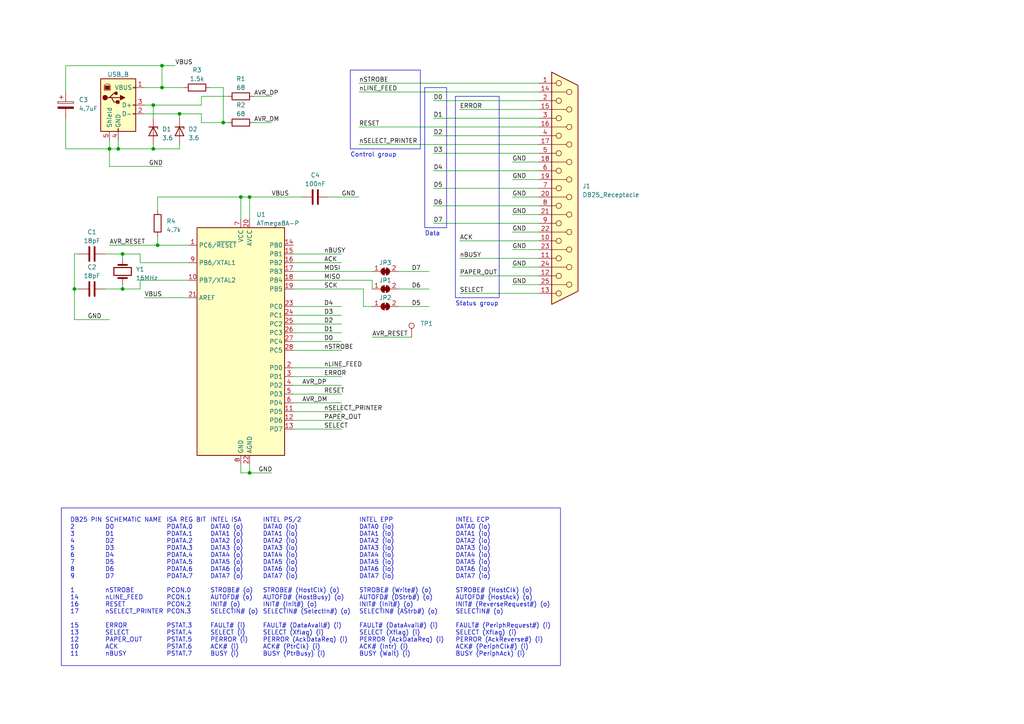
<source format=kicad_sch>
(kicad_sch (version 20230121) (generator eeschema)
  (paper "A4")
  (lib_symbols
    (symbol "Connector:DB25_Receptacle" (pin_names (offset 1.016) hide)
      (property "Reference" "J" (at 0 34.29 0))
      (property "Value" "DB25_Receptacle" (at 0 -34.925 0))
      (symbol "DB25_Receptacle_0_1"
        (circle (center -1.778 -30.48) (radius 0.762))
        (circle (center -1.778 -25.4) (radius 0.762))
        (circle (center -1.778 -20.32) (radius 0.762))
        (circle (center -1.778 -15.24) (radius 0.762))
        (circle (center -1.778 -10.16) (radius 0.762))
        (circle (center -1.778 -5.08) (radius 0.762))
        (circle (center -1.778 0) (radius 0.762))
        (circle (center -1.778 5.08) (radius 0.762))
        (circle (center -1.778 10.16) (radius 0.762))
        (circle (center -1.778 15.24) (radius 0.762))
        (circle (center -1.778 20.32) (radius 0.762))
        (circle (center -1.778 25.4) (radius 0.762))
        (circle (center -1.778 30.48) (radius 0.762))
        (polyline (pts (xy -3.81 -30.48) (xy -2.54 -30.48)))
        (polyline (pts (xy -3.81 -27.94) (xy 0.508 -27.94)))
        (polyline (pts (xy -3.81 -25.4) (xy -2.54 -25.4)))
        (polyline (pts (xy -3.81 -22.86) (xy 0.508 -22.86)))
        (polyline (pts (xy -3.81 -20.32) (xy -2.54 -20.32)))
        (polyline (pts (xy -3.81 -17.78) (xy 0.508 -17.78)))
        (polyline (pts (xy -3.81 -15.24) (xy -2.54 -15.24)))
        (polyline (pts (xy -3.81 -12.7) (xy 0.508 -12.7)))
        (polyline (pts (xy -3.81 -10.16) (xy -2.54 -10.16)))
        (polyline (pts (xy -3.81 -7.62) (xy 0.508 -7.62)))
        (polyline (pts (xy -3.81 -5.08) (xy -2.54 -5.08)))
        (polyline (pts (xy -3.81 -2.54) (xy 0.508 -2.54)))
        (polyline (pts (xy -3.81 0) (xy -2.54 0)))
        (polyline (pts (xy -3.81 2.54) (xy 0.508 2.54)))
        (polyline (pts (xy -3.81 5.08) (xy -2.54 5.08)))
        (polyline (pts (xy -3.81 7.62) (xy 0.508 7.62)))
        (polyline (pts (xy -3.81 10.16) (xy -2.54 10.16)))
        (polyline (pts (xy -3.81 12.7) (xy 0.508 12.7)))
        (polyline (pts (xy -3.81 15.24) (xy -2.54 15.24)))
        (polyline (pts (xy -3.81 17.78) (xy 0.508 17.78)))
        (polyline (pts (xy -3.81 20.32) (xy -2.54 20.32)))
        (polyline (pts (xy -3.81 22.86) (xy 0.508 22.86)))
        (polyline (pts (xy -3.81 25.4) (xy -2.54 25.4)))
        (polyline (pts (xy -3.81 27.94) (xy 0.508 27.94)))
        (polyline (pts (xy -3.81 30.48) (xy -2.54 30.48)))
        (polyline (pts (xy -3.81 33.655) (xy 3.81 29.845) (xy 3.81 -29.845) (xy -3.81 -33.655) (xy -3.81 33.655)) (stroke (width 0.254)) (fill (type background)))
        (circle (center 1.27 -27.94) (radius 0.762))
        (circle (center 1.27 -22.86) (radius 0.762))
        (circle (center 1.27 -17.78) (radius 0.762))
        (circle (center 1.27 -12.7) (radius 0.762))
        (circle (center 1.27 -7.62) (radius 0.762))
        (circle (center 1.27 -2.54) (radius 0.762))
        (circle (center 1.27 2.54) (radius 0.762))
        (circle (center 1.27 7.62) (radius 0.762))
        (circle (center 1.27 12.7) (radius 0.762))
        (circle (center 1.27 17.78) (radius 0.762))
        (circle (center 1.27 22.86) (radius 0.762))
        (circle (center 1.27 27.94) (radius 0.762))
      )
      (symbol "DB25_Receptacle_1_1"
        (pin passive line (at -7.62 30.48 0) (length 3.81) (name "1") (number "1"))
        (pin passive line (at -7.62 -15.24 0) (length 3.81) (name "10") (number "10"))
        (pin passive line (at -7.62 -20.32 0) (length 3.81) (name "11") (number "11"))
        (pin passive line (at -7.62 -25.4 0) (length 3.81) (name "12") (number "12"))
        (pin passive line (at -7.62 -30.48 0) (length 3.81) (name "13") (number "13"))
        (pin passive line (at -7.62 27.94 0) (length 3.81) (name "P14") (number "14"))
        (pin passive line (at -7.62 22.86 0) (length 3.81) (name "P15") (number "15"))
        (pin passive line (at -7.62 17.78 0) (length 3.81) (name "P16") (number "16"))
        (pin passive line (at -7.62 12.7 0) (length 3.81) (name "P17") (number "17"))
        (pin passive line (at -7.62 7.62 0) (length 3.81) (name "P18") (number "18"))
        (pin passive line (at -7.62 2.54 0) (length 3.81) (name "P19") (number "19"))
        (pin passive line (at -7.62 25.4 0) (length 3.81) (name "2") (number "2"))
        (pin passive line (at -7.62 -2.54 0) (length 3.81) (name "P20") (number "20"))
        (pin passive line (at -7.62 -7.62 0) (length 3.81) (name "P21") (number "21"))
        (pin passive line (at -7.62 -12.7 0) (length 3.81) (name "P22") (number "22"))
        (pin passive line (at -7.62 -17.78 0) (length 3.81) (name "P23") (number "23"))
        (pin passive line (at -7.62 -22.86 0) (length 3.81) (name "P24") (number "24"))
        (pin passive line (at -7.62 -27.94 0) (length 3.81) (name "P25") (number "25"))
        (pin passive line (at -7.62 20.32 0) (length 3.81) (name "3") (number "3"))
        (pin passive line (at -7.62 15.24 0) (length 3.81) (name "4") (number "4"))
        (pin passive line (at -7.62 10.16 0) (length 3.81) (name "5") (number "5"))
        (pin passive line (at -7.62 5.08 0) (length 3.81) (name "6") (number "6"))
        (pin passive line (at -7.62 0 0) (length 3.81) (name "7") (number "7"))
        (pin passive line (at -7.62 -5.08 0) (length 3.81) (name "8") (number "8"))
        (pin passive line (at -7.62 -10.16 0) (length 3.81) (name "9") (number "9"))
      )
    )
    (symbol "Connector:TestPoint" (pin_numbers hide) (pin_names (offset 0.762) hide)
      (property "Reference" "TP" (at 0 6.858 0))
      (property "Value" "TestPoint" (at 0 5.08 0))
      (symbol "TestPoint_0_1"
        (circle (center 0 3.302) (radius 0.762))
      )
      (symbol "TestPoint_1_1"
        (pin passive line (at 0 0 90) (length 2.54) (name "1") (number "1"))
      )
    )
    (symbol "Connector:USB_B" (pin_names (offset 1.016))
      (property "Reference" "J" (at -5.08 11.43 0))
      (property "Value" "USB_B" (at -5.08 8.89 0))
      (symbol "USB_B_0_1"
        (rectangle (start -5.08 -7.62) (end 5.08 7.62) (stroke (width 0.254)) (fill (type background)))
        (circle (center -3.81 2.159) (radius 0.635) (stroke (width 0.254)) (fill (type outline)))
        (rectangle (start -3.81 5.588) (end -2.54 4.572) (fill (type outline)))
        (circle (center -0.635 3.429) (radius 0.381) (stroke (width 0.254)) (fill (type outline)))
        (rectangle (start -0.127 -7.62) (end 0.127 -6.858))
        (polyline (pts (xy -1.905 2.159) (xy 0.635 2.159)) (stroke (width 0.254)))
        (polyline (pts (xy -3.175 2.159) (xy -2.54 2.159) (xy -1.27 3.429) (xy -0.635 3.429)) (stroke (width 0.254)))
        (polyline (pts (xy -2.54 2.159) (xy -1.905 2.159) (xy -1.27 0.889) (xy 0 0.889)) (stroke (width 0.254)))
        (polyline (pts (xy 0.635 2.794) (xy 0.635 1.524) (xy 1.905 2.159) (xy 0.635 2.794)) (stroke (width 0.254)) (fill (type outline)))
        (polyline (pts (xy -4.064 4.318) (xy -2.286 4.318) (xy -2.286 5.715) (xy -2.667 6.096) (xy -3.683 6.096) (xy -4.064 5.715) (xy -4.064 4.318)))
        (rectangle (start 0.254 1.27) (end -0.508 0.508) (stroke (width 0.254)) (fill (type outline)))
        (rectangle (start 5.08 -2.667) (end 4.318 -2.413))
        (rectangle (start 5.08 -0.127) (end 4.318 0.127))
        (rectangle (start 5.08 4.953) (end 4.318 5.207))
      )
      (symbol "USB_B_1_1"
        (pin power_out line (at 7.62 5.08 180) (length 2.54) (name "VBUS") (number "1"))
        (pin bidirectional line (at 7.62 -2.54 180) (length 2.54) (name "D-") (number "2"))
        (pin bidirectional line (at 7.62 0 180) (length 2.54) (name "D+") (number "3"))
        (pin power_out line (at 0 -10.16 90) (length 2.54) (name "GND") (number "4"))
        (pin passive line (at -2.54 -10.16 90) (length 2.54) (name "Shield") (number "5"))
      )
    )
    (symbol "Device:C" (pin_numbers hide) (pin_names (offset 0.254))
      (property "Reference" "C" (at 0.635 2.54 0))
      (property "Value" "C" (at 0.635 -2.54 0))
      (symbol "C_0_1"
        (polyline (pts (xy -2.032 -0.762) (xy 2.032 -0.762)) (stroke (width 0.508)))
        (polyline (pts (xy -2.032 0.762) (xy 2.032 0.762)) (stroke (width 0.508)))
      )
      (symbol "C_1_1"
        (pin passive line (at 0 3.81 270) (length 2.794) (name "~") (number "1"))
        (pin passive line (at 0 -3.81 90) (length 2.794) (name "~") (number "2"))
      )
    )
    (symbol "Device:C_Polarized" (pin_numbers hide) (pin_names (offset 0.254))
      (property "Reference" "C" (at 0.635 2.54 0))
      (property "Value" "C_Polarized" (at 0.635 -2.54 0))
      (symbol "C_Polarized_0_1"
        (rectangle (start -2.286 0.508) (end 2.286 1.016))
        (polyline (pts (xy -1.778 2.286) (xy -0.762 2.286)))
        (polyline (pts (xy -1.27 2.794) (xy -1.27 1.778)))
        (rectangle (start 2.286 -0.508) (end -2.286 -1.016) (fill (type outline)))
      )
      (symbol "C_Polarized_1_1"
        (pin passive line (at 0 3.81 270) (length 2.794) (name "~") (number "1"))
        (pin passive line (at 0 -3.81 90) (length 2.794) (name "~") (number "2"))
      )
    )
    (symbol "Device:Crystal" (pin_numbers hide) (pin_names (offset 1.016) hide)
      (property "Reference" "Y" (at 0 3.81 0))
      (property "Value" "Crystal" (at 0 -3.81 0))
      (symbol "Crystal_0_1"
        (rectangle (start -1.143 2.54) (end 1.143 -2.54) (stroke (width 0.3048)))
        (polyline (pts (xy -2.54 0) (xy -1.905 0)))
        (polyline (pts (xy -1.905 -1.27) (xy -1.905 1.27)) (stroke (width 0.508)))
        (polyline (pts (xy 1.905 -1.27) (xy 1.905 1.27)) (stroke (width 0.508)))
        (polyline (pts (xy 2.54 0) (xy 1.905 0)))
      )
      (symbol "Crystal_1_1"
        (pin passive line (at -3.81 0 0) (length 1.27) (name "1") (number "1"))
        (pin passive line (at 3.81 0 180) (length 1.27) (name "2") (number "2"))
      )
    )
    (symbol "Device:D_Zener" (pin_numbers hide) (pin_names (offset 1.016) hide)
      (property "Reference" "D" (at 0 2.54 0))
      (property "Value" "D_Zener" (at 0 -2.54 0))
      (symbol "D_Zener_0_1"
        (polyline (pts (xy 1.27 0) (xy -1.27 0)))
        (polyline (pts (xy -1.27 -1.27) (xy -1.27 1.27) (xy -0.762 1.27)) (stroke (width 0.254)))
        (polyline (pts (xy 1.27 -1.27) (xy 1.27 1.27) (xy -1.27 0) (xy 1.27 -1.27)) (stroke (width 0.254)))
      )
      (symbol "D_Zener_1_1"
        (pin passive line (at -3.81 0 0) (length 2.54) (name "K") (number "1"))
        (pin passive line (at 3.81 0 180) (length 2.54) (name "A") (number "2"))
      )
    )
    (symbol "Device:R" (pin_numbers hide) (pin_names (offset 0))
      (property "Reference" "R" (at 2.032 0 90))
      (property "Value" "R" (at 0 0 90))
      (symbol "R_0_1"
        (rectangle (start -1.016 -2.54) (end 1.016 2.54) (stroke (width 0.254)))
      )
      (symbol "R_1_1"
        (pin passive line (at 0 3.81 270) (length 1.27) (name "~") (number "1"))
        (pin passive line (at 0 -3.81 90) (length 1.27) (name "~") (number "2"))
      )
    )
    (symbol "Jumper:SolderJumper_2_Bridged" (pin_names (offset 0) hide)
      (property "Reference" "JP" (at 0 2.032 0))
      (property "Value" "SolderJumper_2_Bridged" (at 0 -2.54 0))
      (symbol "SolderJumper_2_Bridged_0_1"
        (rectangle (start -0.508 0.508) (end 0.508 -0.508) (fill (type outline)))
        (arc (start -0.254 1.016) (mid -1.2656 0) (end -0.254 -1.016))
        (arc (start -0.254 1.016) (mid -1.2656 0) (end -0.254 -1.016) (fill (type outline)))
        (polyline (pts (xy -0.254 1.016) (xy -0.254 -1.016)))
        (polyline (pts (xy 0.254 1.016) (xy 0.254 -1.016)))
        (arc (start 0.254 -1.016) (mid 1.2656 0) (end 0.254 1.016))
        (arc (start 0.254 -1.016) (mid 1.2656 0) (end 0.254 1.016) (fill (type outline)))
      )
      (symbol "SolderJumper_2_Bridged_1_1"
        (pin passive line (at -3.81 0 0) (length 2.54) (name "A") (number "1"))
        (pin passive line (at 3.81 0 180) (length 2.54) (name "B") (number "2"))
      )
    )
    (symbol "MCU_Microchip_ATmega:ATmega8A-P"
      (property "Reference" "U" (at -12.7 34.29 0))
      (property "Value" "ATmega8A-P" (at 5.08 -34.29 0))
      (symbol "ATmega8A-P_0_1"
        (rectangle (start -12.7 -33.02) (end 12.7 33.02) (stroke (width 0.254)) (fill (type background)))
      )
      (symbol "ATmega8A-P_1_1"
        (pin bidirectional line (at -15.24 27.94 0) (length 2.54) (name "PC6/~{RESET}") (number "1"))
        (pin bidirectional line (at -15.24 17.78 0) (length 2.54) (name "PB7/XTAL2") (number "10"))
        (pin bidirectional line (at 15.24 -20.32 180) (length 2.54) (name "PD5") (number "11"))
        (pin bidirectional line (at 15.24 -22.86 180) (length 2.54) (name "PD6") (number "12"))
        (pin bidirectional line (at 15.24 -25.4 180) (length 2.54) (name "PD7") (number "13"))
        (pin bidirectional line (at 15.24 27.94 180) (length 2.54) (name "PB0") (number "14"))
        (pin bidirectional line (at 15.24 25.4 180) (length 2.54) (name "PB1") (number "15"))
        (pin bidirectional line (at 15.24 22.86 180) (length 2.54) (name "PB2") (number "16"))
        (pin bidirectional line (at 15.24 20.32 180) (length 2.54) (name "PB3") (number "17"))
        (pin bidirectional line (at 15.24 17.78 180) (length 2.54) (name "PB4") (number "18"))
        (pin bidirectional line (at 15.24 15.24 180) (length 2.54) (name "PB5") (number "19"))
        (pin bidirectional line (at 15.24 -7.62 180) (length 2.54) (name "PD0") (number "2"))
        (pin power_in line (at 2.54 35.56 270) (length 2.54) (name "AVCC") (number "20"))
        (pin passive line (at -15.24 12.7 0) (length 2.54) (name "AREF") (number "21"))
        (pin power_in line (at 2.54 -35.56 90) (length 2.54) (name "AGND") (number "22"))
        (pin bidirectional line (at 15.24 10.16 180) (length 2.54) (name "PC0") (number "23"))
        (pin bidirectional line (at 15.24 7.62 180) (length 2.54) (name "PC1") (number "24"))
        (pin bidirectional line (at 15.24 5.08 180) (length 2.54) (name "PC2") (number "25"))
        (pin bidirectional line (at 15.24 2.54 180) (length 2.54) (name "PC3") (number "26"))
        (pin bidirectional line (at 15.24 0 180) (length 2.54) (name "PC4") (number "27"))
        (pin bidirectional line (at 15.24 -2.54 180) (length 2.54) (name "PC5") (number "28"))
        (pin bidirectional line (at 15.24 -10.16 180) (length 2.54) (name "PD1") (number "3"))
        (pin bidirectional line (at 15.24 -12.7 180) (length 2.54) (name "PD2") (number "4"))
        (pin bidirectional line (at 15.24 -15.24 180) (length 2.54) (name "PD3") (number "5"))
        (pin bidirectional line (at 15.24 -17.78 180) (length 2.54) (name "PD4") (number "6"))
        (pin power_in line (at 0 35.56 270) (length 2.54) (name "VCC") (number "7"))
        (pin power_in line (at 0 -35.56 90) (length 2.54) (name "GND") (number "8"))
        (pin bidirectional line (at -15.24 22.86 0) (length 2.54) (name "PB6/XTAL1") (number "9"))
      )
    )
  )
  (junction (at 35.56 73.66))
  (junction (at 72.39 57.15))
  (junction (at 21.59 83.82))
  (junction (at 69.85 57.15))
  (junction (at 44.45 30.48))
  (junction (at 45.72 71.12))
  (junction (at 31.75 43.18))
  (junction (at 52.07 33.02))
  (junction (at 35.56 83.82))
  (junction (at 64.77 35.56))
  (junction (at 46.99 19.05))
  (junction (at 46.99 25.4))
  (junction (at 72.39 137.16))
  (junction (at 44.45 43.18))
  (junction (at 34.29 43.18))
  (wire (pts (xy 148.59 57.15) (xy 156.21 57.15)))
  (wire (pts (xy 41.91 30.48) (xy 44.45 30.48)))
  (wire (pts (xy 85.09 124.46) (xy 99.06 124.46)))
  (wire (pts (xy 148.59 52.07) (xy 156.21 52.07)))
  (wire (pts (xy 148.59 67.31) (xy 156.21 67.31)))
  (wire (pts (xy 85.09 88.9) (xy 99.06 88.9)))
  (wire (pts (xy 52.07 41.91) (xy 52.07 43.18)))
  (wire (pts (xy 72.39 134.62) (xy 72.39 137.16)))
  (wire (pts (xy 104.14 26.67) (xy 156.21 26.67)))
  (wire (pts (xy 115.57 88.9) (xy 124.46 88.9)))
  (wire (pts (xy 69.85 63.5) (xy 69.85 57.15)))
  (wire (pts (xy 44.45 41.91) (xy 44.45 43.18)))
  (wire (pts (xy 125.73 64.77) (xy 156.21 64.77)))
  (wire (pts (xy 30.48 83.82) (xy 35.56 83.82)))
  (wire (pts (xy 31.75 43.18) (xy 34.29 43.18)))
  (wire (pts (xy 125.73 39.37) (xy 156.21 39.37)))
  (wire (pts (xy 52.07 33.02) (xy 58.42 33.02)))
  (wire (pts (xy 125.73 34.29) (xy 156.21 34.29)))
  (wire (pts (xy 133.35 80.01) (xy 156.21 80.01)))
  (wire (pts (xy 133.35 69.85) (xy 156.21 69.85)))
  (wire (pts (xy 85.09 83.82) (xy 105.41 83.82)))
  (wire (pts (xy 85.09 76.2) (xy 99.06 76.2)))
  (wire (pts (xy 44.45 30.48) (xy 44.45 34.29)))
  (wire (pts (xy 31.75 40.64) (xy 31.75 43.18)))
  (wire (pts (xy 85.09 119.38) (xy 99.06 119.38)))
  (wire (pts (xy 69.85 57.15) (xy 72.39 57.15)))
  (wire (pts (xy 85.09 96.52) (xy 99.06 96.52)))
  (wire (pts (xy 85.09 93.98) (xy 99.06 93.98)))
  (wire (pts (xy 21.59 83.82) (xy 22.86 83.82)))
  (wire (pts (xy 64.77 25.4) (xy 64.77 35.56)))
  (wire (pts (xy 44.45 43.18) (xy 52.07 43.18)))
  (wire (pts (xy 45.72 57.15) (xy 69.85 57.15)))
  (wire (pts (xy 64.77 35.56) (xy 66.04 35.56)))
  (wire (pts (xy 46.99 25.4) (xy 53.34 25.4)))
  (wire (pts (xy 40.64 76.2) (xy 54.61 76.2)))
  (wire (pts (xy 40.64 73.66) (xy 40.64 76.2)))
  (wire (pts (xy 107.95 81.28) (xy 85.09 81.28)))
  (wire (pts (xy 41.91 25.4) (xy 46.99 25.4)))
  (wire (pts (xy 85.09 91.44) (xy 99.06 91.44)))
  (wire (pts (xy 31.75 43.18) (xy 19.05 43.18)))
  (wire (pts (xy 34.29 40.64) (xy 34.29 43.18)))
  (wire (pts (xy 50.8 19.05) (xy 46.99 19.05)))
  (wire (pts (xy 22.86 73.66) (xy 21.59 73.66)))
  (wire (pts (xy 19.05 43.18) (xy 19.05 34.29)))
  (wire (pts (xy 133.35 85.09) (xy 156.21 85.09)))
  (wire (pts (xy 58.42 27.94) (xy 66.04 27.94)))
  (wire (pts (xy 21.59 92.71) (xy 31.75 92.71)))
  (wire (pts (xy 31.75 71.12) (xy 45.72 71.12)))
  (wire (pts (xy 85.09 99.06) (xy 99.06 99.06)))
  (wire (pts (xy 72.39 57.15) (xy 87.63 57.15)))
  (wire (pts (xy 133.35 74.93) (xy 156.21 74.93)))
  (wire (pts (xy 85.09 106.68) (xy 99.06 106.68)))
  (wire (pts (xy 52.07 33.02) (xy 52.07 34.29)))
  (wire (pts (xy 40.64 83.82) (xy 35.56 83.82)))
  (wire (pts (xy 107.95 88.9) (xy 105.41 88.9)))
  (wire (pts (xy 69.85 137.16) (xy 72.39 137.16)))
  (wire (pts (xy 30.48 73.66) (xy 35.56 73.66)))
  (wire (pts (xy 148.59 82.55) (xy 156.21 82.55)))
  (wire (pts (xy 21.59 73.66) (xy 21.59 83.82)))
  (wire (pts (xy 58.42 30.48) (xy 58.42 27.94)))
  (wire (pts (xy 125.73 59.69) (xy 156.21 59.69)))
  (wire (pts (xy 72.39 63.5) (xy 72.39 57.15)))
  (wire (pts (xy 40.64 81.28) (xy 40.64 83.82)))
  (wire (pts (xy 44.45 30.48) (xy 58.42 30.48)))
  (wire (pts (xy 58.42 33.02) (xy 58.42 35.56)))
  (wire (pts (xy 95.25 57.15) (xy 104.14 57.15)))
  (wire (pts (xy 85.09 116.84) (xy 99.06 116.84)))
  (wire (pts (xy 125.73 44.45) (xy 156.21 44.45)))
  (wire (pts (xy 46.99 19.05) (xy 19.05 19.05)))
  (wire (pts (xy 115.57 78.74) (xy 124.46 78.74)))
  (wire (pts (xy 104.14 36.83) (xy 156.21 36.83)))
  (wire (pts (xy 105.41 88.9) (xy 105.41 83.82)))
  (wire (pts (xy 125.73 54.61) (xy 156.21 54.61)))
  (wire (pts (xy 46.99 19.05) (xy 46.99 25.4)))
  (wire (pts (xy 54.61 81.28) (xy 40.64 81.28)))
  (wire (pts (xy 21.59 83.82) (xy 21.59 92.71)))
  (wire (pts (xy 69.85 134.62) (xy 69.85 137.16)))
  (wire (pts (xy 35.56 82.55) (xy 35.56 83.82)))
  (wire (pts (xy 85.09 73.66) (xy 99.06 73.66)))
  (wire (pts (xy 85.09 101.6) (xy 99.06 101.6)))
  (wire (pts (xy 35.56 73.66) (xy 40.64 73.66)))
  (wire (pts (xy 45.72 68.58) (xy 45.72 71.12)))
  (wire (pts (xy 35.56 74.93) (xy 35.56 73.66)))
  (wire (pts (xy 41.91 33.02) (xy 52.07 33.02)))
  (wire (pts (xy 85.09 121.92) (xy 99.06 121.92)))
  (wire (pts (xy 115.57 83.82) (xy 124.46 83.82)))
  (wire (pts (xy 64.77 25.4) (xy 60.96 25.4)))
  (wire (pts (xy 85.09 78.74) (xy 107.95 78.74)))
  (wire (pts (xy 107.95 97.79) (xy 119.38 97.79)))
  (wire (pts (xy 85.09 109.22) (xy 99.06 109.22)))
  (wire (pts (xy 31.75 48.26) (xy 46.99 48.26)))
  (wire (pts (xy 41.91 86.36) (xy 54.61 86.36)))
  (wire (pts (xy 73.66 27.94) (xy 78.74 27.94)))
  (wire (pts (xy 45.72 71.12) (xy 54.61 71.12)))
  (wire (pts (xy 85.09 114.3) (xy 99.06 114.3)))
  (wire (pts (xy 72.39 137.16) (xy 78.74 137.16)))
  (wire (pts (xy 148.59 72.39) (xy 156.21 72.39)))
  (wire (pts (xy 58.42 35.56) (xy 64.77 35.56)))
  (wire (pts (xy 31.75 43.18) (xy 31.75 48.26)))
  (wire (pts (xy 34.29 43.18) (xy 44.45 43.18)))
  (wire (pts (xy 148.59 77.47) (xy 156.21 77.47)))
  (wire (pts (xy 19.05 19.05) (xy 19.05 26.67)))
  (wire (pts (xy 104.14 24.13) (xy 156.21 24.13)))
  (wire (pts (xy 104.14 41.91) (xy 156.21 41.91)))
  (wire (pts (xy 73.66 35.56) (xy 78.74 35.56)))
  (wire (pts (xy 107.95 83.82) (xy 107.95 81.28)))
  (wire (pts (xy 133.35 31.75) (xy 156.21 31.75)))
  (wire (pts (xy 85.09 111.76) (xy 99.06 111.76)))
  (wire (pts (xy 125.73 49.53) (xy 156.21 49.53)))
  (wire (pts (xy 45.72 60.96) (xy 45.72 57.15)))
  (wire (pts (xy 148.59 62.23) (xy 156.21 62.23)))
  (wire (pts (xy 125.73 29.21) (xy 156.21 29.21)))
  (wire (pts (xy 148.59 46.99) (xy 156.21 46.99)))
  (rectangle (start 123.19 25.4) (end 129.54 66.04))
  (rectangle (start 132.08 27.94) (end 144.78 86.36))
  (rectangle (start 17.78 147.32) (end 162.56 193.04))
  (rectangle (start 101.6 20.32) (end 121.92 43.18))
  (text "INTEL EPP\nDATA0 (io)\nDATA1 (io)\nDATA2 (io)\nDATA3 (io)\nDATA4 (io)\nDATA5 (io)\nDATA6 (io)\nDATA7 (io)\n\nSTROBE# (Write#) (o)\nAUTOFD# (DStrb#) (o)\nINIT# (Init#) (o)\nSELECTIN# (AStrb#) (o) \n\nFAULT# (DataAvail#) (i)\nSELECT (Xflag) (i)\nPERROR (AckDataReq) (i)\nACK# (Intr) (i)\nBUSY (Wait) (i)" (at 104.14 190.5 0) (effects (font (size 1.27 1.27)) (justify left bottom)))
  (text "Status group" (at 132.08 88.9 0) (effects (font (size 1.27 1.27)) (justify left bottom)))
  (text "SCHEMATIC NAME\nD0\nD1\nD2\nD3\nD4\nD5\nD6\nD7\n\nnSTROBE\nnLINE_FEED\nRESET\nnSELECT_PRINTER\n\nERROR\nSELECT\nPAPER_OUT\nACK\nnBUSY" (at 30.48 190.5 0) (effects (font (size 1.27 1.27)) (justify left bottom)))
  (text "INTEL PS/2\nDATA0 (io)\nDATA1 (io)\nDATA2 (io)\nDATA3 (io)\nDATA4 (io)\nDATA5 (io)\nDATA6 (io)\nDATA7 (io)\n\nSTROBE# (HostClk) (o)\nAUTOFD# (HostBusy) (o)\nINIT# (Init#) (o)\nSELECTIN# (SelectIn#) (o) \n\nFAULT# (DataAvail#) (i)\nSELECT (Xflag) (i)\nPERROR (AckDataReq) (i)\nACK# (PtrClk) (i)\nBUSY (PtrBusy) (i)" (at 76.2 190.5 0) (effects (font (size 1.27 1.27)) (justify left bottom)))
  (text "Control group" (at 101.6 45.72 0) (effects (font (size 1.27 1.27)) (justify left bottom)))
  (text "DB25 PIN\n2\n3\n4\n5\n6\n7\n8\n9\n\n1\n14\n16\n17\n\n15\n13\n12\n10\n11" (at 20.32 190.5 0) (effects (font (size 1.27 1.27)) (justify left bottom)))
  (text "INTEL ISA\nDATA0 (o)\nDATA1 (o)\nDATA2 (o)\nDATA3 (o)\nDATA4 (o)\nDATA5 (o)\nDATA6 (o)\nDATA7 (o)\n\nSTROBE# (o)\nAUTOFD# (o)\nINIT# (o)\nSELECTIN# (o) \n\nFAULT# (i)\nSELECT (i)\nPERROR (i)\nACK# (i)\nBUSY (i)" (at 60.96 190.5 0) (effects (font (size 1.27 1.27)) (justify left bottom)))
  (text "Data" (at 123.19 68.58 0) (effects (font (size 1.27 1.27)) (justify left bottom)))
  (text "INTEL ECP\nDATA0 (io)\nDATA1 (io)\nDATA2 (io)\nDATA3 (io)\nDATA4 (io)\nDATA5 (io)\nDATA6 (io)\nDATA7 (io)\n\nSTROBE# (HostClk) (o)\nAUTOFD# (HostAck) (o)\nINIT# (ReverseRequest#) (o)\nSELECTIN# (o) \n\nFAULT# (PeriphRequest#) (i)\nSELECT (Xflag) (i)\nPERROR (AckReverse#) (i)\nACK# (PeriphClk#) (i)\nBUSY (PeriphAck) (i)" (at 132.08 190.5 0) (effects (font (size 1.27 1.27)) (justify left bottom)))
  (text "ISA REG BIT\nPDATA.0\nPDATA.1\nPDATA.2\nPDATA.3\nPDATA.4\nPDATA.5\nPDATA.6\nPDATA.7\n\nPCON.0\nPCON.1 \nPCON.2 \nPCON.3 \n\nPSTAT.3 \nPSTAT.4 \nPSTAT.5 \nPSTAT.6 \nPSTAT.7 " (at 48.26 190.5 0) (effects (font (size 1.27 1.27)) (justify left bottom)))
  (label "GND" (at 99.06 57.15 0))
  (label "D6" (at 119.38 83.82 0))
  (label "ERROR" (at 133.35 31.75 0))
  (label "AVR_RESET" (at 107.95 97.79 0))
  (label "D7" (at 119.38 78.74 0))
  (label "D5" (at 119.38 88.9 0))
  (label "GND" (at 74.93 137.16 0))
  (label "ACK" (at 133.35 69.85 0))
  (label "GND" (at 148.59 62.23 0))
  (label "GND" (at 43.18 48.26 0))
  (label "D1" (at 125.73 34.29 0))
  (label "D1" (at 93.98 96.52 0))
  (label "D4" (at 125.73 49.53 0))
  (label "GND" (at 148.59 72.39 0))
  (label "nSTROBE" (at 104.14 24.13 0))
  (label "nSTROBE" (at 93.98 101.6 0))
  (label "GND" (at 148.59 46.99 0))
  (label "nLINE_FEED" (at 93.98 106.68 0))
  (label "AVR_DM" (at 87.63 116.84 0))
  (label "GND" (at 148.59 82.55 0))
  (label "AVR_RESET" (at 31.75 71.12 0))
  (label "SCK" (at 93.98 83.82 0))
  (label "nBUSY" (at 133.35 74.93 0))
  (label "SELECT" (at 133.35 85.09 0))
  (label "VBUS" (at 78.74 57.15 0))
  (label "GND" (at 148.59 57.15 0))
  (label "VBUS" (at 50.8 19.05 0))
  (label "GND" (at 148.59 67.31 0))
  (label "nSELECT_PRINTER" (at 104.14 41.91 0))
  (label "ACK" (at 93.98 76.2 0))
  (label "D0" (at 125.73 29.21 0))
  (label "RESET" (at 104.14 36.83 0))
  (label "D7" (at 125.73 64.77 0))
  (label "SELECT" (at 93.98 124.46 0))
  (label "MISO" (at 93.98 81.28 0))
  (label "AVR_DP" (at 73.66 27.94 0))
  (label "D5" (at 125.73 54.61 0))
  (label "D3" (at 125.73 44.45 0))
  (label "AVR_DM" (at 73.66 35.56 0))
  (label "nLINE_FEED" (at 104.14 26.67 0))
  (label "PAPER_OUT" (at 133.35 80.01 0))
  (label "D0" (at 93.98 99.06 0))
  (label "AVR_DP" (at 87.63 111.76 0))
  (label "MOSI" (at 93.98 78.74 0))
  (label "RESET" (at 93.98 114.3 0))
  (label "nBUSY" (at 93.98 73.66 0))
  (label "ERROR" (at 93.98 109.22 0))
  (label "PAPER_OUT" (at 93.98 121.92 0))
  (label "D4" (at 93.98 88.9 0))
  (label "GND" (at 25.4 92.71 0))
  (label "D2" (at 93.98 93.98 0))
  (label "D3" (at 93.98 91.44 0))
  (label "D6" (at 125.73 59.69 0))
  (label "VBUS" (at 41.91 86.36 0))
  (label "nSELECT_PRINTER" (at 93.98 119.38 0))
  (label "GND" (at 148.59 52.07 0))
  (label "D2" (at 125.73 39.37 0))
  (label "GND" (at 148.59 77.47 0))
  (symbol (lib_id "Device:C") (at 91.44 57.15 270) (unit 1)
    (property "Reference" "C4" (at 91.44 50.8 90))
    (property "Value" "100nF" (at 91.44 53.34 90))
    (property "Footprint" "Capacitor_SMD:C_0805_2012Metric" (effects hide))
  )
  (symbol (lib_id "Connector:USB_B") (at 34.29 30.48 0) (unit 1)
    (property "Reference" "J2" (effects hide))
    (property "Value" "USB_B" (at 34.29 21.59 0))
    (property "Footprint" "Connector_USB:USB_B_OST_USB-B1HSxx_Horizontal" (effects hide))
    (property "Datasheet" " ~" (effects hide))
  )
  (symbol (lib_id "Device:D_Zener") (at 44.45 38.1 270) (unit 1)
    (property "Reference" "D1" (at 46.99 37.465 90) (effects (justify left)))
    (property "Value" "3.6" (at 46.99 40.005 90) (effects (justify left)))
    (property "Footprint" "Diode_SMD:D_MiniMELF" (effects hide))
  )
  (symbol (lib_id "Jumper:SolderJumper_2_Bridged") (at 111.76 78.74 0) (unit 1)
    (property "Reference" "JP3" (at 111.76 76.2 0))
    (property "Value" "~" (at 111.76 76.2 0))
    (property "Footprint" "Jumper:SolderJumper-2_P1.3mm_Open_TrianglePad1.0x1.5mm" (effects hide))
  )
  (symbol (lib_id "Device:R") (at 69.85 27.94 90) (unit 1)
    (property "Reference" "R1" (at 69.85 22.86 90))
    (property "Value" "68" (at 69.85 25.4 90))
    (property "Footprint" "Resistor_SMD:R_0805_2012Metric" (effects hide))
  )
  (symbol (lib_id "Device:C") (at 26.67 73.66 90) (unit 1)
    (property "Reference" "C1" (at 26.67 67.31 90))
    (property "Value" "18pF" (at 26.67 69.85 90))
    (property "Footprint" "Capacitor_SMD:C_0805_2012Metric" (effects hide))
  )
  (symbol (lib_id "Device:R") (at 45.72 64.77 180) (unit 1)
    (property "Reference" "R4" (at 48.26 64.135 0) (effects (justify right)))
    (property "Value" "4.7k" (at 48.26 66.675 0) (effects (justify right)))
    (property "Footprint" "Resistor_SMD:R_0805_2012Metric" (effects hide))
  )
  (symbol (lib_id "Device:R") (at 69.85 35.56 90) (unit 1)
    (property "Reference" "R2" (at 69.85 30.48 90))
    (property "Value" "68" (at 69.85 33.02 90))
    (property "Footprint" "Resistor_SMD:R_0805_2012Metric" (effects hide))
  )
  (symbol (lib_id "Connector:TestPoint") (at 119.38 97.79 0) (unit 1)
    (property "Reference" "TP1" (at 121.92 93.853 0) (effects (justify left)))
    (property "Value" "TestPoint" (effects hide))
    (property "Footprint" "TestPoint:TestPoint_Pad_D1.5mm" (effects hide))
  )
  (symbol (lib_id "Device:Crystal") (at 35.56 78.74 270) (unit 1)
    (property "Reference" "Y1" (at 39.37 78.105 90) (effects (justify left)))
    (property "Value" "16MHz" (at 39.37 80.645 90) (effects (justify left)))
    (property "Footprint" "Crystal:Crystal_SMD_HC49-SD" (effects hide))
  )
  (symbol (lib_id "MCU_Microchip_ATmega:ATmega8A-P") (at 69.85 99.06 0) (unit 1)
    (property "Reference" "U1" (at 74.3459 62.23 0) (effects (justify left)))
    (property "Value" "ATmega8A-P" (at 74.3459 64.77 0) (effects (justify left)))
    (property "Footprint" "Package_DIP:DIP-28_W7.62mm" (effects hide))
    (property "Datasheet" "http://ww1.microchip.com/downloads/en/DeviceDoc/Microchip%208bit%20mcu%20AVR%20ATmega8A%20data%20sheet%2040001974A.pdf" (effects hide))
  )
  (symbol (lib_id "Device:D_Zener") (at 52.07 38.1 270) (unit 1)
    (property "Reference" "D2" (at 54.61 37.465 90) (effects (justify left)))
    (property "Value" "3.6" (at 54.61 40.005 90) (effects (justify left)))
    (property "Footprint" "Diode_SMD:D_MiniMELF" (effects hide))
  )
  (symbol (lib_id "Connector:DB25_Receptacle") (at 163.83 54.61 0) (unit 1)
    (property "Reference" "J1" (at 168.91 53.975 0) (effects (justify left)))
    (property "Value" "DB25_Receptacle" (at 168.91 56.515 0) (effects (justify left)))
    (property "Footprint" "Connector_Dsub:DSUB-25_Female_EdgeMount_P2.77mm" (effects hide))
    (property "Datasheet" " ~" (effects hide))
  )
  (symbol (lib_id "Jumper:SolderJumper_2_Bridged") (at 111.76 88.9 0) (unit 1)
    (property "Reference" "JP2" (at 111.76 86.36 0))
    (property "Value" "~" (at 111.76 86.36 0))
    (property "Footprint" "Jumper:SolderJumper-2_P1.3mm_Open_TrianglePad1.0x1.5mm" (effects hide))
  )
  (symbol (lib_id "Device:C_Polarized") (at 19.05 30.48 0) (unit 1)
    (property "Reference" "C3" (at 22.86 28.956 0) (effects (justify left)))
    (property "Value" "4.7uF" (at 22.86 31.496 0) (effects (justify left)))
    (property "Footprint" "Capacitor_SMD:CP_Elec_4x5.4" (effects hide))
  )
  (symbol (lib_id "Device:C") (at 26.67 83.82 90) (unit 1)
    (property "Reference" "C2" (at 26.67 77.47 90))
    (property "Value" "18pF" (at 26.67 80.01 90))
    (property "Footprint" "Capacitor_SMD:C_0805_2012Metric" (effects hide))
  )
  (symbol (lib_id "Jumper:SolderJumper_2_Bridged") (at 111.76 83.82 0) (unit 1)
    (property "Reference" "JP1" (at 111.76 81.28 0))
    (property "Value" "~" (at 111.76 81.28 0))
    (property "Footprint" "Jumper:SolderJumper-2_P1.3mm_Open_TrianglePad1.0x1.5mm" (effects hide))
  )
  (symbol (lib_id "Device:R") (at 57.15 25.4 270) (unit 1)
    (property "Reference" "R3" (at 57.15 20.32 90))
    (property "Value" "1.5k" (at 57.15 22.86 90))
    (property "Footprint" "Resistor_SMD:R_0805_2012Metric" (effects hide))
  )
)
</source>
